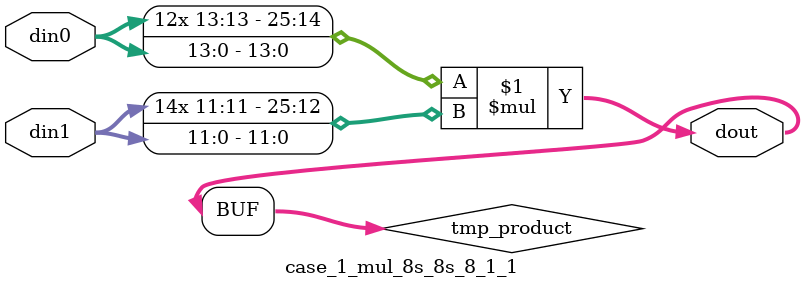
<source format=v>

`timescale 1 ns / 1 ps

 module case_1_mul_8s_8s_8_1_1(din0, din1, dout);
parameter ID = 1;
parameter NUM_STAGE = 0;
parameter din0_WIDTH = 14;
parameter din1_WIDTH = 12;
parameter dout_WIDTH = 26;

input [din0_WIDTH - 1 : 0] din0; 
input [din1_WIDTH - 1 : 0] din1; 
output [dout_WIDTH - 1 : 0] dout;

wire signed [dout_WIDTH - 1 : 0] tmp_product;



























assign tmp_product = $signed(din0) * $signed(din1);








assign dout = tmp_product;





















endmodule

</source>
